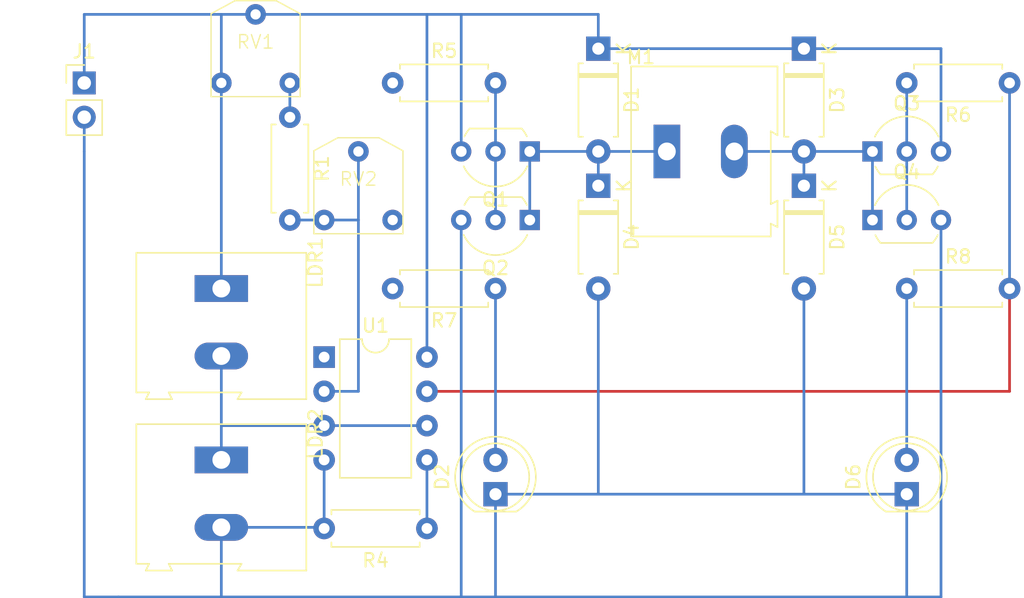
<source format=kicad_pcb>
(kicad_pcb (version 20240108) (generator "pcbnew") (generator_version "8.0")
  (layers (0 "F.Cu" signal) (31 "B.Cu" signal) (34 "B.Paste" user) (35 "F.Paste" user) (36 "B.SilkS" user "B.Silkscreen") (37 "F.SilkS" user "F.Silkscreen") (38 "B.Mask" user) (39 "F.Mask" user) (44 "Edge.Cuts" user))
  (net 0 "")
  (net 1 "Net-(D1-A)")
  (net 2 "GND")
  (net 3 "Net-(D2-A)")
  (net 4 "Net-(D3-A)")
  (net 5 "Net-(D6-A)")
  (net 6 "Net-(Q1-B)")
  (net 7 "Net-(Q3-B)")
  (net 8 "Net-(R1-Pad1)")
  (net 9 "/Vo")
  (net 10 "+6V")
  (net 11 "/V1")
  (net 12 "/V2")
  (net 13 "/V3")
  (net 14 "/V4")
  (footprint "TerminalBlock:TerminalBlock_Altech_AK300-2_P5.00mm" (layer "F.Cu") (at 121.92 114.3 -90)
    (property "Reference" "LDR1" (at -1.92 -6.99 90) (layer "F.SilkS"))
    (property "Value" "LDR07")
    (fp_line (start -2.65 6.3) (end 7.7 6.3) (stroke (width 0.12)) (layer "F.SilkS"))
    (fp_line (start 7.7 6.3) (end 7.7 5.35) (stroke (width 0.12)) (layer "F.SilkS"))
    (fp_line (start 8.2 5.6) (end 8.2 3.7) (stroke (width 0.12)) (layer "F.SilkS"))
    (fp_line (start 7.7 5.35) (end 8.2 5.6) (stroke (width 0.12)) (layer "F.SilkS"))
    (fp_line (start 7.7 3.9) (end 7.7 -1.5) (stroke (width 0.12)) (layer "F.SilkS"))
    (fp_line (start 8.2 3.7) (end 8.2 3.65) (stroke (width 0.12)) (layer "F.SilkS"))
    (fp_line (start 8.2 3.65) (end 7.7 3.9) (stroke (width 0.12)) (layer "F.SilkS"))
    (fp_line (start 8.2 -1.2) (end 8.2 -6.3) (stroke (width 0.12)) (layer "F.SilkS"))
    (fp_line (start 7.7 -1.5) (end 8.2 -1.2) (stroke (width 0.12)) (layer "F.SilkS"))
    (fp_line (start -2.65 -6.3) (end -2.65 6.3) (stroke (width 0.12)) (layer "F.SilkS"))
    (fp_line (start 8.2 -6.3) (end -2.65 -6.3) (stroke (width 0.12)) (layer "F.SilkS"))
    (pad "1" thru_hole rect (at 0 0 270) (size 1.98 3.96) (drill 1.32) (layers "*.Cu" "*.Mask") (net 10 "+6V"))
    (pad "2" thru_hole oval (at 5 0 270) (size 1.98 3.96) (drill 1.32) (layers "*.Cu" "*.Mask") (net 9 "/Vo"))
  )
  (footprint "Resistor_THT:R_Axial_DIN0207_L6.3mm_D2.5mm_P7.62mm_Horizontal" (layer "F.Cu") (at 127 101.6 -90)
    (property "Reference" "R1" (at 3.81 -2.37 90) (layer "F.SilkS"))
    (property "Value" "12K")
    (fp_line (start 0.54 1.37) (end 7.08 1.37) (stroke (width 0.12)) (layer "F.SilkS"))
    (fp_line (start 7.08 1.37) (end 7.08 1.04) (stroke (width 0.12)) (layer "F.SilkS"))
    (fp_line (start 0.54 1.04) (end 0.54 1.37) (stroke (width 0.12)) (layer "F.SilkS"))
    (fp_line (start 0.54 -1.04) (end 0.54 -1.37) (stroke (width 0.12)) (layer "F.SilkS"))
    (fp_line (start 0.54 -1.37) (end 7.08 -1.37) (stroke (width 0.12)) (layer "F.SilkS"))
    (fp_line (start 7.08 -1.37) (end 7.08 -1.04) (stroke (width 0.12)) (layer "F.SilkS"))
    (pad "1" thru_hole circle (at 0 0 270) (size 1.6 1.6) (drill 0.8) (layers "*.Cu" "*.Mask") (net 8 "Net-(R1-Pad1)"))
    (pad "2" thru_hole oval (at 7.62 0 270) (size 1.6 1.6) (drill 0.8) (layers "*.Cu" "*.Mask") (net 11 "/V1"))
  )
  (footprint "Resistor_THT:R_Axial_DIN0207_L6.3mm_D2.5mm_P7.62mm_Horizontal" (layer "F.Cu") (at 172.72 114.3)
    (property "Reference" "R8" (at 3.81 -2.37 0) (layer "F.SilkS"))
    (property "Value" "10K")
    (fp_line (start 0.54 -1.37) (end 7.08 -1.37) (stroke (width 0.12)) (layer "F.SilkS"))
    (fp_line (start 0.54 -1.04) (end 0.54 -1.37) (stroke (width 0.12)) (layer "F.SilkS"))
    (fp_line (start 0.54 1.04) (end 0.54 1.37) (stroke (width 0.12)) (layer "F.SilkS"))
    (fp_line (start 0.54 1.37) (end 7.08 1.37) (stroke (width 0.12)) (layer "F.SilkS"))
    (fp_line (start 7.08 -1.37) (end 7.08 -1.04) (stroke (width 0.12)) (layer "F.SilkS"))
    (fp_line (start 7.08 1.37) (end 7.08 1.04) (stroke (width 0.12)) (layer "F.SilkS"))
    (pad "1" thru_hole circle (at 0 0) (size 1.6 1.6) (drill 0.8) (layers "*.Cu" "*.Mask") (net 5 "Net-(D6-A)"))
    (pad "2" thru_hole oval (at 7.62 0) (size 1.6 1.6) (drill 0.8) (layers "*.Cu" "*.Mask") (net 14 "/V4"))
  )
  (footprint "Package_TO_SOT_THT:TO-92L_Inline_Wide" (layer "F.Cu") (at 144.78 104.14 180)
    (property "Reference" "Q1" (at 2.54 -3.56 180) (layer "F.SilkS"))
    (property "Value" "2n2222a")
    (fp_line (start 0.6 1.7) (end 4.45 1.7) (stroke (width 0.12)) (layer "F.SilkS"))
    (fp_arc (start 4.842383 1.112264) (mid 4.666594 1.419753) (end 4.45 1.7) (stroke (width 0.12)) (layer "F.SilkS"))
    (fp_arc (start 2.54 -2.6) (mid 3.936979 -2.192818) (end 4.8964 -1.098807) (stroke (width 0.12)) (layer "F.SilkS"))
    (fp_arc (start 0.6 1.7) (mid 0.389183 1.423933) (end 0.217369 1.122045) (stroke (width 0.12)) (layer "F.SilkS"))
    (fp_arc (start 0.1836 -1.098807) (mid 1.143021 -2.192817) (end 2.54 -2.6) (stroke (width 0.12)) (layer "F.SilkS"))
    (pad "1" thru_hole rect (at 0 0 180) (size 1.5 1.5) (drill 0.8) (layers "*.Cu" "*.Mask") (net 1 "Net-(D1-A)"))
    (pad "2" thru_hole circle (at 2.54 0 180) (size 1.5 1.5) (drill 0.8) (layers "*.Cu" "*.Mask") (net 6 "Net-(Q1-B)"))
    (pad "3" thru_hole circle (at 5.08 0 180) (size 1.5 1.5) (drill 0.8) (layers "*.Cu" "*.Mask") (net 10 "+6V"))
  )
  (footprint "TerminalBlock:TerminalBlock_Altech_AK300-2_P5.00mm" (layer "F.Cu") (at 154.94 104.14)
    (property "Reference" "M1" (at -1.92 -6.99 0) (layer "F.SilkS"))
    (property "Value" "Motor_DC")
    (fp_line (start -2.65 -6.3) (end -2.65 6.3) (stroke (width 0.12)) (layer "F.SilkS"))
    (fp_line (start -2.65 6.3) (end 7.7 6.3) (stroke (width 0.12)) (layer "F.SilkS"))
    (fp_line (start 7.7 -1.5) (end 8.2 -1.2) (stroke (width 0.12)) (layer "F.SilkS"))
    (fp_line (start 7.7 3.9) (end 7.7 -1.5) (stroke (width 0.12)) (layer "F.SilkS"))
    (fp_line (start 7.7 5.35) (end 8.2 5.6) (stroke (width 0.12)) (layer "F.SilkS"))
    (fp_line (start 7.7 6.3) (end 7.7 5.35) (stroke (width 0.12)) (layer "F.SilkS"))
    (fp_line (start 8.2 -6.3) (end -2.65 -6.3) (stroke (width 0.12)) (layer "F.SilkS"))
    (fp_line (start 8.2 -1.2) (end 8.2 -6.3) (stroke (width 0.12)) (layer "F.SilkS"))
    (fp_line (start 8.2 3.65) (end 7.7 3.9) (stroke (width 0.12)) (layer "F.SilkS"))
    (fp_line (start 8.2 3.7) (end 8.2 3.65) (stroke (width 0.12)) (layer "F.SilkS"))
    (fp_line (start 8.2 5.6) (end 8.2 3.7) (stroke (width 0.12)) (layer "F.SilkS"))
    (pad "1" thru_hole rect (at 0 0) (size 1.98 3.96) (drill 1.32) (layers "*.Cu" "*.Mask") (net 1 "Net-(D1-A)"))
    (pad "2" thru_hole oval (at 5 0) (size 1.98 3.96) (drill 1.32) (layers "*.Cu" "*.Mask") (net 4 "Net-(D3-A)"))
  )
  (footprint "Diode_THT:D_A-405_P7.62mm_Horizontal" (layer "F.Cu") (at 165.1 96.52 -90)
    (property "Reference" "D3" (at 3.81 -2.47 90) (layer "F.SilkS"))
    (property "Value" "1n4007")
    (fp_line (start 1.09 1.47) (end 6.53 1.47) (stroke (width 0.12)) (layer "F.SilkS"))
    (fp_line (start 6.53 1.47) (end 6.53 1.14) (stroke (width 0.12)) (layer "F.SilkS"))
    (fp_line (start 1.09 1.14) (end 1.09 1.47) (stroke (width 0.12)) (layer "F.SilkS"))
    (fp_line (start 1.09 -1.14) (end 1.09 -1.47) (stroke (width 0.12)) (layer "F.SilkS"))
    (fp_line (start 1.09 -1.47) (end 6.53 -1.47) (stroke (width 0.12)) (layer "F.SilkS"))
    (fp_line (start 1.87 -1.47) (end 1.87 1.47) (stroke (width 0.12)) (layer "F.SilkS"))
    (fp_line (start 1.99 -1.47) (end 1.99 1.47) (stroke (width 0.12)) (layer "F.SilkS"))
    (fp_line (start 2.11 -1.47) (end 2.11 1.47) (stroke (width 0.12)) (layer "F.SilkS"))
    (fp_line (start 6.53 -1.47) (end 6.53 -1.14) (stroke (width 0.12)) (layer "F.SilkS"))
    (fp_text user "K" (at 0 -1.9 90) (layer "F.SilkS"))
    (pad "1" thru_hole rect (at 0 0 270) (size 1.8 1.8) (drill 0.9) (layers "*.Cu" "*.Mask") (net 10 "+6V"))
    (pad "2" thru_hole oval (at 7.62 0 270) (size 1.8 1.8) (drill 0.9) (layers "*.Cu" "*.Mask") (net 4 "Net-(D3-A)"))
  )
  (footprint "TerminalBlock:TerminalBlock_Altech_AK300-2_P5.00mm" (layer "F.Cu") (at 121.92 127 -90)
    (property "Reference" "LDR2" (at -1.92 -6.99 90) (layer "F.SilkS"))
    (property "Value" "LDR07")
    (fp_line (start -2.65 6.3) (end 7.7 6.3) (stroke (width 0.12)) (layer "F.SilkS"))
    (fp_line (start 7.7 6.3) (end 7.7 5.35) (stroke (width 0.12)) (layer "F.SilkS"))
    (fp_line (start 8.2 5.6) (end 8.2 3.7) (stroke (width 0.12)) (layer "F.SilkS"))
    (fp_line (start 7.7 5.35) (end 8.2 5.6) (stroke (width 0.12)) (layer "F.SilkS"))
    (fp_line (start 7.7 3.9) (end 7.7 -1.5) (stroke (width 0.12)) (layer "F.SilkS"))
    (fp_line (start 8.2 3.7) (end 8.2 3.65) (stroke (width 0.12)) (layer "F.SilkS"))
    (fp_line (start 8.2 3.65) (end 7.7 3.9) (stroke (width 0.12)) (layer "F.SilkS"))
    (fp_line (start 8.2 -1.2) (end 8.2 -6.3) (stroke (width 0.12)) (layer "F.SilkS"))
    (fp_line (start 7.7 -1.5) (end 8.2 -1.2) (stroke (width 0.12)) (layer "F.SilkS"))
    (fp_line (start -2.65 -6.3) (end -2.65 6.3) (stroke (width 0.12)) (layer "F.SilkS"))
    (fp_line (start 8.2 -6.3) (end -2.65 -6.3) (stroke (width 0.12)) (layer "F.SilkS"))
    (pad "1" thru_hole rect (at 0 0 270) (size 1.98 3.96) (drill 1.32) (layers "*.Cu" "*.Mask") (net 9 "/Vo"))
    (pad "2" thru_hole oval (at 5 0 270) (size 1.98 3.96) (drill 1.32) (layers "*.Cu" "*.Mask") (net 2 "GND"))
  )
  (footprint "Diode_THT:D_A-405_P7.62mm_Horizontal" (layer "F.Cu") (at 165.1 106.68 -90)
    (property "Reference" "D5" (at 3.81 -2.47 90) (layer "F.SilkS"))
    (property "Value" "1n4007")
    (fp_line (start 1.09 1.47) (end 6.53 1.47) (stroke (width 0.12)) (layer "F.SilkS"))
    (fp_line (start 6.53 1.47) (end 6.53 1.14) (stroke (width 0.12)) (layer "F.SilkS"))
    (fp_line (start 1.09 1.14) (end 1.09 1.47) (stroke (width 0.12)) (layer "F.SilkS"))
    (fp_line (start 1.09 -1.14) (end 1.09 -1.47) (stroke (width 0.12)) (layer "F.SilkS"))
    (fp_line (start 1.09 -1.47) (end 6.53 -1.47) (stroke (width 0.12)) (layer "F.SilkS"))
    (fp_line (start 1.87 -1.47) (end 1.87 1.47) (stroke (width 0.12)) (layer "F.SilkS"))
    (fp_line (start 1.99 -1.47) (end 1.99 1.47) (stroke (width 0.12)) (layer "F.SilkS"))
    (fp_line (start 2.11 -1.47) (end 2.11 1.47) (stroke (width 0.12)) (layer "F.SilkS"))
    (fp_line (start 6.53 -1.47) (end 6.53 -1.14) (stroke (width 0.12)) (layer "F.SilkS"))
    (fp_text user "K" (at 0 -1.9 90) (layer "F.SilkS"))
    (pad "1" thru_hole rect (at 0 0 270) (size 1.8 1.8) (drill 0.9) (layers "*.Cu" "*.Mask") (net 4 "Net-(D3-A)"))
    (pad "2" thru_hole oval (at 7.62 0 270) (size 1.8 1.8) (drill 0.9) (layers "*.Cu" "*.Mask") (net 2 "GND"))
  )
  (footprint "Diode_THT:D_A-405_P7.62mm_Horizontal" (layer "F.Cu") (at 149.86 96.52 -90)
    (property "Reference" "D1" (at 3.81 -2.47 90) (layer "F.SilkS"))
    (property "Value" "1n4007")
    (fp_line (start 1.09 1.47) (end 6.53 1.47) (stroke (width 0.12)) (layer "F.SilkS"))
    (fp_line (start 6.53 1.47) (end 6.53 1.14) (stroke (width 0.12)) (layer "F.SilkS"))
    (fp_line (start 1.09 1.14) (end 1.09 1.47) (stroke (width 0.12)) (layer "F.SilkS"))
    (fp_line (start 1.09 -1.14) (end 1.09 -1.47) (stroke (width 0.12)) (layer "F.SilkS"))
    (fp_line (start 1.09 -1.47) (end 6.53 -1.47) (stroke (width 0.12)) (layer "F.SilkS"))
    (fp_line (start 1.87 -1.47) (end 1.87 1.47) (stroke (width 0.12)) (layer "F.SilkS"))
    (fp_line (start 1.99 -1.47) (end 1.99 1.47) (stroke (width 0.12)) (layer "F.SilkS"))
    (fp_line (start 2.11 -1.47) (end 2.11 1.47) (stroke (width 0.12)) (layer "F.SilkS"))
    (fp_line (start 6.53 -1.47) (end 6.53 -1.14) (stroke (width 0.12)) (layer "F.SilkS"))
    (fp_text user "K" (at 0 -1.9 90) (layer "F.SilkS"))
    (pad "1" thru_hole rect (at 0 0 270) (size 1.8 1.8) (drill 0.9) (layers "*.Cu" "*.Mask") (net 10 "+6V"))
    (pad "2" thru_hole oval (at 7.62 0 270) (size 1.8 1.8) (drill 0.9) (layers "*.Cu" "*.Mask") (net 1 "Net-(D1-A)"))
  )
  (footprint "Resistor_THT:R_Axial_DIN0207_L6.3mm_D2.5mm_P7.62mm_Horizontal" (layer "F.Cu") (at 180.34 99.06 180)
    (property "Reference" "R6" (at 3.81 -2.37 180) (layer "F.SilkS"))
    (property "Value" "1K")
    (fp_line (start 7.08 1.37) (end 7.08 1.04) (stroke (width 0.12)) (layer "F.SilkS"))
    (fp_line (start 7.08 -1.37) (end 7.08 -1.04) (stroke (width 0.12)) (layer "F.SilkS"))
    (fp_line (start 0.54 1.37) (end 7.08 1.37) (stroke (width 0.12)) (layer "F.SilkS"))
    (fp_line (start 0.54 1.04) (end 0.54 1.37) (stroke (width 0.12)) (layer "F.SilkS"))
    (fp_line (start 0.54 -1.04) (end 0.54 -1.37) (stroke (width 0.12)) (layer "F.SilkS"))
    (fp_line (start 0.54 -1.37) (end 7.08 -1.37) (stroke (width 0.12)) (layer "F.SilkS"))
    (pad "1" thru_hole circle (at 0 0 180) (size 1.6 1.6) (drill 0.8) (layers "*.Cu" "*.Mask") (net 14 "/V4"))
    (pad "2" thru_hole oval (at 7.62 0 180) (size 1.6 1.6) (drill 0.8) (layers "*.Cu" "*.Mask") (net 7 "Net-(Q3-B)"))
  )
  (footprint "Resistor_THT:R_Axial_DIN0207_L6.3mm_D2.5mm_P7.62mm_Horizontal" (layer "F.Cu") (at 134.62 99.06)
    (property "Reference" "R5" (at 3.81 -2.37 0) (layer "F.SilkS"))
    (property "Value" "1K")
    (fp_line (start 0.54 -1.37) (end 7.08 -1.37) (stroke (width 0.12)) (layer "F.SilkS"))
    (fp_line (start 0.54 -1.04) (end 0.54 -1.37) (stroke (width 0.12)) (layer "F.SilkS"))
    (fp_line (start 0.54 1.04) (end 0.54 1.37) (stroke (width 0.12)) (layer "F.SilkS"))
    (fp_line (start 0.54 1.37) (end 7.08 1.37) (stroke (width 0.12)) (layer "F.SilkS"))
    (fp_line (start 7.08 -1.37) (end 7.08 -1.04) (stroke (width 0.12)) (layer "F.SilkS"))
    (fp_line (start 7.08 1.37) (end 7.08 1.04) (stroke (width 0.12)) (layer "F.SilkS"))
    (pad "1" thru_hole circle (at 0 0) (size 1.6 1.6) (drill 0.8) (layers "*.Cu" "*.Mask") (net 13 "/V3"))
    (pad "2" thru_hole oval (at 7.62 0) (size 1.6 1.6) (drill 0.8) (layers "*.Cu" "*.Mask") (net 6 "Net-(Q1-B)"))
  )
  (footprint "Resistor_THT:R_Axial_DIN0207_L6.3mm_D2.5mm_P7.62mm_Horizontal" (layer "F.Cu") (at 142.24 114.3 180)
    (property "Reference" "R7" (at 3.81 -2.37 180) (layer "F.SilkS"))
    (property "Value" "10K")
    (fp_line (start 7.08 1.37) (end 7.08 1.04) (stroke (width 0.12)) (layer "F.SilkS"))
    (fp_line (start 7.08 -1.37) (end 7.08 -1.04) (stroke (width 0.12)) (layer "F.SilkS"))
    (fp_line (start 0.54 1.37) (end 7.08 1.37) (stroke (width 0.12)) (layer "F.SilkS"))
    (fp_line (start 0.54 1.04) (end 0.54 1.37) (stroke (width 0.12)) (layer "F.SilkS"))
    (fp_line (start 0.54 -1.04) (end 0.54 -1.37) (stroke (width 0.12)) (layer "F.SilkS"))
    (fp_line (start 0.54 -1.37) (end 7.08 -1.37) (stroke (width 0.12)) (layer "F.SilkS"))
    (pad "1" thru_hole circle (at 0 0 180) (size 1.6 1.6) (drill 0.8) (layers "*.Cu" "*.Mask") (net 3 "Net-(D2-A)"))
    (pad "2" thru_hole oval (at 7.62 0 180) (size 1.6 1.6) (drill 0.8) (layers "*.Cu" "*.Mask") (net 13 "/V3"))
  )
  (footprint "Package_TO_SOT_THT:TO-92L_Inline_Wide" (layer "F.Cu") (at 170.18 104.14)
    (property "Reference" "Q3" (at 2.54 -3.56 0) (layer "F.SilkS"))
    (property "Value" "2n2222a")
    (fp_line (start 0.6 1.7) (end 4.45 1.7) (stroke (width 0.12)) (layer "F.SilkS"))
    (fp_arc (start 0.1836 -1.098807) (mid 1.143021 -2.192817) (end 2.54 -2.6) (stroke (width 0.12)) (layer "F.SilkS"))
    (fp_arc (start 0.6 1.7) (mid 0.389183 1.423933) (end 0.217369 1.122045) (stroke (width 0.12)) (layer "F.SilkS"))
    (fp_arc (start 2.54 -2.6) (mid 3.936979 -2.192818) (end 4.8964 -1.098807) (stroke (width 0.12)) (layer "F.SilkS"))
    (fp_arc (start 4.842383 1.112264) (mid 4.666594 1.419753) (end 4.45 1.7) (stroke (width 0.12)) (layer "F.SilkS"))
    (pad "1" thru_hole rect (at 0 0) (size 1.5 1.5) (drill 0.8) (layers "*.Cu" "*.Mask") (net 4 "Net-(D3-A)"))
    (pad "2" thru_hole circle (at 2.54 0) (size 1.5 1.5) (drill 0.8) (layers "*.Cu" "*.Mask") (net 7 "Net-(Q3-B)"))
    (pad "3" thru_hole circle (at 5.08 0) (size 1.5 1.5) (drill 0.8) (layers "*.Cu" "*.Mask") (net 10 "+6V"))
  )
  (footprint "User_Library:BOJACK_Potentiometer" (layer "F.Cu") (at 132.08 106.68)
    (property "Reference" "RV2" (at 0 -0.5 0) (layer "F.SilkS") (effects (font (thickness 0.1))))
    (property "Value" "20K")
    (fp_line (start -3.302 -2.5908) (end -3.302 3.556) (stroke (width 0.1)) (layer "F.SilkS"))
    (fp_line (start -3.302 3.556) (end 3.302 3.556) (stroke (width 0.1)) (layer "F.SilkS"))
    (fp_line (start -1.524 -3.556) (end -3.302 -2.5908) (stroke (width 0.1)) (layer "F.SilkS"))
    (fp_line (start 1.524 -3.556) (end -1.524 -3.556) (stroke (width 0.1)) (layer "F.SilkS"))
    (fp_line (start 3.302 -2.5908) (end 1.524 -3.556) (stroke (width 0.1)) (layer "F.SilkS"))
    (fp_line (start 3.302 3.556) (end 3.302 -2.5908) (stroke (width 0.1)) (layer "F.SilkS"))
    (pad "1" thru_hole circle (at -2.54 2.54) (size 1.524 1.524) (drill 0.762) (layers "*.Cu" "*.Mask") (net 11 "/V1"))
    (pad "2" thru_hole circle (at 0 -2.54) (size 1.524 1.524) (drill 0.762) (layers "*.Cu" "*.Mask") (net 11 "/V1"))
    (pad "3" thru_hole circle (at 2.54 2.54) (size 1.524 1.524) (drill 0.762) (layers "*.Cu" "*.Mask") (net 12 "/V2"))
  )
  (footprint "Package_TO_SOT_THT:TO-92L_Inline_Wide" (layer "F.Cu") (at 170.18 109.22)
    (property "Reference" "Q4" (at 2.54 -3.56 0) (layer "F.SilkS"))
    (property "Value" "2n2907a")
    (fp_line (start 0.6 1.7) (end 4.45 1.7) (stroke (width 0.12)) (layer "F.SilkS"))
    (fp_arc (start 0.1836 -1.098807) (mid 1.143021 -2.192817) (end 2.54 -2.6) (stroke (width 0.12)) (layer "F.SilkS"))
    (fp_arc (start 0.6 1.7) (mid 0.389183 1.423933) (end 0.217369 1.122045) (stroke (width 0.12)) (layer "F.SilkS"))
    (fp_arc (start 2.54 -2.6) (mid 3.936979 -2.192818) (end 4.8964 -1.098807) (stroke (width 0.12)) (layer "F.SilkS"))
    (fp_arc (start 4.842383 1.112264) (mid 4.666594 1.419753) (end 4.45 1.7) (stroke (width 0.12)) (layer "F.SilkS"))
    (pad "1" thru_hole rect (at 0 0) (size 1.5 1.5) (drill 0.8) (layers "*.Cu" "*.Mask") (net 4 "Net-(D3-A)"))
    (pad "2" thru_hole circle (at 2.54 0) (size 1.5 1.5) (drill 0.8) (layers "*.Cu" "*.Mask") (net 7 "Net-(Q3-B)"))
    (pad "3" thru_hole circle (at 5.08 0) (size 1.5 1.5) (drill 0.8) (layers "*.Cu" "*.Mask") (net 2 "GND"))
  )
  (footprint "Diode_THT:D_A-405_P7.62mm_Horizontal" (layer "F.Cu") (at 149.86 106.68 -90)
    (property "Reference" "D4" (at 3.81 -2.47 90) (layer "F.SilkS"))
    (property "Value" "1n4007")
    (fp_line (start 1.09 1.47) (end 6.53 1.47) (stroke (width 0.12)) (layer "F.SilkS"))
    (fp_line (start 6.53 1.47) (end 6.53 1.14) (stroke (width 0.12)) (layer "F.SilkS"))
    (fp_line (start 1.09 1.14) (end 1.09 1.47) (stroke (width 0.12)) (layer "F.SilkS"))
    (fp_line (start 1.09 -1.14) (end 1.09 -1.47) (stroke (width 0.12)) (layer "F.SilkS"))
    (fp_line (start 1.09 -1.47) (end 6.53 -1.47) (stroke (width 0.12)) (layer "F.SilkS"))
    (fp_line (start 1.87 -1.47) (end 1.87 1.47) (stroke (width 0.12)) (layer "F.SilkS"))
    (fp_line (start 1.99 -1.47) (end 1.99 1.47) (stroke (width 0.12)) (layer "F.SilkS"))
    (fp_line (start 2.11 -1.47) (end 2.11 1.47) (stroke (width 0.12)) (layer "F.SilkS"))
    (fp_line (start 6.53 -1.47) (end 6.53 -1.14) (stroke (width 0.12)) (layer "F.SilkS"))
    (fp_text user "K" (at 0 -1.9 90) (layer "F.SilkS"))
    (pad "1" thru_hole rect (at 0 0 270) (size 1.8 1.8) (drill 0.9) (layers "*.Cu" "*.Mask") (net 1 "Net-(D1-A)"))
    (pad "2" thru_hole oval (at 7.62 0 270) (size 1.8 1.8) (drill 0.9) (layers "*.Cu" "*.Mask") (net 2 "GND"))
  )
  (footprint "LED_THT:LED_D5.0mm" (layer "F.Cu") (at 142.24 129.54 90)
    (property "Reference" "D2" (at 1.27 -3.96 270) (layer "F.SilkS"))
    (property "Value" "LED")
    (fp_line (start -1.29 -1.545) (end -1.29 1.545) (stroke (width 0.12)) (layer "F.SilkS"))
    (fp_arc (start -1.29 -1.54483) (mid 2.072002 -2.880433) (end 4.26 0.000462) (stroke (width 0.12)) (layer "F.SilkS"))
    (fp_arc (start 4.26 -0.000462) (mid 2.072002 2.880433) (end -1.29 1.54483) (stroke (width 0.12)) (layer "F.SilkS"))
    (fp_circle (center 1.27 0) (end 3.77 0) (stroke (width 0.12)) (fill none) (layer "F.SilkS"))
    (pad "1" thru_hole rect (at 0 0 90) (size 1.8 1.8) (drill 0.9) (layers "*.Cu" "*.Mask") (net 2 "GND"))
    (pad "2" thru_hole circle (at 2.54 0 90) (size 1.8 1.8) (drill 0.9) (layers "*.Cu" "*.Mask") (net 3 "Net-(D2-A)"))
  )
  (footprint "LED_THT:LED_D5.0mm" (layer "F.Cu") (at 172.72 129.54 90)
    (property "Reference" "D6" (at 1.27 -3.96 270) (layer "F.SilkS"))
    (property "Value" "LED")
    (fp_line (start -1.29 -1.545) (end -1.29 1.545) (stroke (width 0.12)) (layer "F.SilkS"))
    (fp_arc (start -1.29 -1.54483) (mid 2.072002 -2.880433) (end 4.26 0.000462) (stroke (width 0.12)) (layer "F.SilkS"))
    (fp_arc (start 4.26 -0.000462) (mid 2.072002 2.880433) (end -1.29 1.54483) (stroke (width 0.12)) (layer "F.SilkS"))
    (fp_circle (center 1.27 0) (end 3.77 0) (stroke (width 0.12)) (fill none) (layer "F.SilkS"))
    (pad "1" thru_hole rect (at 0 0 90) (size 1.8 1.8) (drill 0.9) (layers "*.Cu" "*.Mask") (net 2 "GND"))
    (pad "2" thru_hole circle (at 2.54 0 90) (size 1.8 1.8) (drill 0.9) (layers "*.Cu" "*.Mask") (net 5 "Net-(D6-A)"))
  )
  (footprint "User_Library:BOJACK_Potentiometer" (layer "F.Cu") (at 124.46 96.52)
    (property "Reference" "RV1" (at 0 -0.5 0) (layer "F.SilkS") (effects (font (thickness 0.1))))
    (property "Value" "200K")
    (fp_line (start -3.302 -2.5908) (end -3.302 3.556) (stroke (width 0.1)) (layer "F.SilkS"))
    (fp_line (start -3.302 3.556) (end 3.302 3.556) (stroke (width 0.1)) (layer "F.SilkS"))
    (fp_line (start -1.524 -3.556) (end -3.302 -2.5908) (stroke (width 0.1)) (layer "F.SilkS"))
    (fp_line (start 1.524 -3.556) (end -1.524 -3.556) (stroke (width 0.1)) (layer "F.SilkS"))
    (fp_line (start 3.302 -2.5908) (end 1.524 -3.556) (stroke (width 0.1)) (layer "F.SilkS"))
    (fp_line (start 3.302 3.556) (end 3.302 -2.5908) (stroke (width 0.1)) (layer "F.SilkS"))
    (pad "1" thru_hole circle (at -2.54 2.54) (size 1.524 1.524) (drill 0.762) (layers "*.Cu" "*.Mask") (net 10 "+6V"))
    (pad "2" thru_hole circle (at 0 -2.54) (size 1.524 1.524) (drill 0.762) (layers "*.Cu" "*.Mask") (net 10 "+6V"))
    (pad "3" thru_hole circle (at 2.54 2.54) (size 1.524 1.524) (drill 0.762) (layers "*.Cu" "*.Mask") (net 8 "Net-(R1-Pad1)"))
  )
  (footprint "Package_TO_SOT_THT:TO-92L_Inline_Wide" (layer "F.Cu") (at 144.78 109.22 180)
    (property "Reference" "Q2" (at 2.54 -3.56 180) (layer "F.SilkS"))
    (property "Value" "2n2907a")
    (fp_line (start 0.6 1.7) (end 4.45 1.7) (stroke (width 0.12)) (layer "F.SilkS"))
    (fp_arc (start 4.842383 1.112264) (mid 4.666594 1.419753) (end 4.45 1.7) (stroke (width 0.12)) (layer "F.SilkS"))
    (fp_arc (start 2.54 -2.6) (mid 3.936979 -2.192818) (end 4.8964 -1.098807) (stroke (width 0.12)) (layer "F.SilkS"))
    (fp_arc (start 0.6 1.7) (mid 0.389183 1.423933) (end 0.217369 1.122045) (stroke (width 0.12)) (layer "F.SilkS"))
    (fp_arc (start 0.1836 -1.098807) (mid 1.143021 -2.192817) (end 2.54 -2.6) (stroke (width 0.12)) (layer "F.SilkS"))
    (pad "1" thru_hole rect (at 0 0 180) (size 1.5 1.5) (drill 0.8) (layers "*.Cu" "*.Mask") (net 1 "Net-(D1-A)"))
    (pad "2" thru_hole circle (at 2.54 0 180) (size 1.5 1.5) (drill 0.8) (layers "*.Cu" "*.Mask") (net 6 "Net-(Q1-B)"))
    (pad "3" thru_hole circle (at 5.08 0 180) (size 1.5 1.5) (drill 0.8) (layers "*.Cu" "*.Mask") (net 2 "GND"))
  )
  (footprint "Connector_PinHeader_2.54mm:PinHeader_1x02_P2.54mm_Vertical" (layer "F.Cu") (at 111.76 99.06)
    (property "Reference" "J1" (at 0 -2.33 360) (layer "F.SilkS"))
    (property "Value" "Conn_01x02_Pin")
    (fp_line (start -1.33 -1.33) (end 0 -1.33) (stroke (width 0.12)) (layer "F.SilkS"))
    (fp_line (start -1.33 0) (end -1.33 -1.33) (stroke (width 0.12)) (layer "F.SilkS"))
    (fp_line (start -1.33 1.27) (end -1.33 3.87) (stroke (width 0.12)) (layer "F.SilkS"))
    (fp_line (start -1.33 1.27) (end 1.33 1.27) (stroke (width 0.12)) (layer "F.SilkS"))
    (fp_line (start -1.33 3.87) (end 1.33 3.87) (stroke (width 0.12)) (layer "F.SilkS"))
    (fp_line (start 1.33 1.27) (end 1.33 3.87) (stroke (width 0.12)) (layer "F.SilkS"))
    (pad "1" thru_hole rect (at 0 0) (size 1.7 1.7) (drill 1) (layers "*.Cu" "*.Mask") (net 10 "+6V"))
    (pad "2" thru_hole oval (at 0 2.54) (size 1.7 1.7) (drill 1) (layers "*.Cu" "*.Mask") (net 2 "GND"))
  )
  (footprint "Resistor_THT:R_Axial_DIN0207_L6.3mm_D2.5mm_P7.62mm_Horizontal" (layer "F.Cu") (at 137.16 132.08 180)
    (property "Reference" "R4" (at 3.81 -2.37 180) (layer "F.SilkS"))
    (property "Value" "56K")
    (fp_line (start 7.08 1.37) (end 7.08 1.04) (stroke (width 0.12)) (layer "F.SilkS"))
    (fp_line (start 7.08 -1.37) (end 7.08 -1.04) (stroke (width 0.12)) (layer "F.SilkS"))
    (fp_line (start 0.54 1.37) (end 7.08 1.37) (stroke (width 0.12)) (layer "F.SilkS"))
    (fp_line (start 0.54 1.04) (end 0.54 1.37) (stroke (width 0.12)) (layer "F.SilkS"))
    (fp_line (start 0.54 -1.04) (end 0.54 -1.37) (stroke (width 0.12)) (layer "F.SilkS"))
    (fp_line (start 0.54 -1.37) (end 7.08 -1.37) (stroke (width 0.12)) (layer "F.SilkS"))
    (pad "1" thru_hole circle (at 0 0 180) (size 1.6 1.6) (drill 0.8) (layers "*.Cu" "*.Mask") (net 12 "/V2"))
    (pad "2" thru_hole oval (at 7.62 0 180) (size 1.6 1.6) (drill 0.8) (layers "*.Cu" "*.Mask") (net 2 "GND"))
  )
  (footprint "Package_DIP:DIP-8_W7.62mm" (layer "F.Cu") (at 129.54 119.38)
    (property "Reference" "U1" (at 3.81 -2.33 360) (layer "F.SilkS"))
    (property "Value" "LM358")
    (fp_line (start 1.16 -1.33) (end 1.16 8.95) (stroke (width 0.12)) (layer "F.SilkS"))
    (fp_line (start 1.16 8.95) (end 6.46 8.95) (stroke (width 0.12)) (layer "F.SilkS"))
    (fp_line (start 2.81 -1.33) (end 1.16 -1.33) (stroke (width 0.12)) (layer "F.SilkS"))
    (fp_line (start 6.46 -1.33) (end 4.81 -1.33) (stroke (width 0.12)) (layer "F.SilkS"))
    (fp_line (start 6.46 8.95) (end 6.46 -1.33) (stroke (width 0.12)) (layer "F.SilkS"))
    (fp_arc (start 4.81 -1.33) (mid 3.81 -0.33) (end 2.81 -1.33) (stroke (width 0.12)) (layer "F.SilkS"))
    (pad "1" thru_hole rect (at 0 0) (size 1.6 1.6) (drill 0.8) (layers "*.Cu" "*.Mask") (net 13 "/V3"))
    (pad "2" thru_hole oval (at 0 2.54) (size 1.6 1.6) (drill 0.8) (layers "*.Cu" "*.Mask") (net 11 "/V1"))
    (pad "3" thru_hole oval (at 0 5.08) (size 1.6 1.6) (drill 0.8) (layers "*.Cu" "*.Mask") (net 9 "/Vo"))
    (pad "4" thru_hole oval (at 0 7.62) (size 1.6 1.6) (drill 0.8) (layers "*.Cu" "*.Mask") (net 2 "GND"))
    (pad "5" thru_hole oval (at 7.62 7.62) (size 1.6 1.6) (drill 0.8) (layers "*.Cu" "*.Mask") (net 12 "/V2"))
    (pad "6" thru_hole oval (at 7.62 5.08) (size 1.6 1.6) (drill 0.8) (layers "*.Cu" "*.Mask") (net 9 "/Vo"))
    (pad "7" thru_hole oval (at 7.62 2.54) (size 1.6 1.6) (drill 0.8) (layers "*.Cu" "*.Mask") (net 14 "/V4"))
    (pad "8" thru_hole oval (at 7.62 0) (size 1.6 1.6) (drill 0.8) (layers "*.Cu" "*.Mask") (net 10 "+6V"))
  )
  (segment (start 149.86 104.14) (end 144.78 104.14) (width 0.2) (layer "B.Cu") (net 1))
  (segment (start 144.78 109.22) (end 144.78 104.14) (width 0.2) (layer "B.Cu") (net 1))
  (segment (start 154.94 104.14) (end 149.86 104.14) (width 0.2) (layer "B.Cu") (net 1))
  (segment (start 149.86 104.14) (end 149.86 106.68) (width 0.2) (layer "B.Cu") (net 1))
  (segment (start 111.76 104.14) (end 111.76 137.16) (width 0.2) (layer "B.Cu") (net 2))
  (segment (start 121.92 132) (end 121.92 137.16) (width 0.2) (layer "B.Cu") (net 2))
  (segment (start 149.86 129.54) (end 165.1 129.54) (width 0.2) (layer "B.Cu") (net 2))
  (segment (start 165.1 129.54) (end 172.72 129.54) (width 0.2) (layer "B.Cu") (net 2))
  (segment (start 121.92 137.16) (end 139.7 137.16) (width 0.2) (layer "B.Cu") (net 2))
  (segment (start 142.24 137.16) (end 172.72 137.16) (width 0.2) (layer "B.Cu") (net 2))
  (segment (start 129.46 132) (end 129.54 132.08) (width 0.2) (layer "B.Cu") (net 2))
  (segment (start 142.24 129.54) (end 149.86 129.54) (width 0.2) (layer "B.Cu") (net 2))
  (segment (start 149.86 114.3) (end 149.86 129.54) (width 0.2) (layer "B.Cu") (net 2))
  (segment (start 111.76 137.16) (end 114.3 137.16) (width 0.2) (layer "B.Cu") (net 2))
  (segment (start 129.54 127) (end 129.54 132.08) (width 0.2) (layer "B.Cu") (net 2))
  (segment (start 111.76 101.6) (end 111.76 104.14) (width 0.2) (layer "B.Cu") (net 2))
  (segment (start 139.7 109.22) (end 139.7 137.16) (width 0.2) (layer "B.Cu") (net 2))
  (segment (start 175.26 137.16) (end 172.72 137.16) (width 0.2) (layer "B.Cu") (net 2))
  (segment (start 139.7 137.16) (end 142.24 137.16) (width 0.2) (layer "B.Cu") (net 2))
  (segment (start 121.92 132) (end 129.46 132) (width 0.2) (layer "B.Cu") (net 2))
  (segment (start 172.72 137.16) (end 172.72 129.54) (width 0.2) (layer "B.Cu") (net 2))
  (segment (start 114.3 137.16) (end 121.92 137.16) (width 0.2) (layer "B.Cu") (net 2))
  (segment (start 165.1 114.3) (end 165.1 129.54) (width 0.2) (layer "B.Cu") (net 2))
  (segment (start 142.24 129.54) (end 142.24 137.16) (width 0.2) (layer "B.Cu") (net 2))
  (segment (start 175.26 109.22) (end 175.26 137.16) (width 0.2) (layer "B.Cu") (net 2))
  (segment (start 142.24 114.3) (end 142.24 127) (width 0.2) (layer "B.Cu") (net 3))
  (segment (start 165.1 104.14) (end 165.1 106.68) (width 0.2) (layer "B.Cu") (net 4))
  (segment (start 170.18 109.22) (end 170.18 104.14) (width 0.2) (layer "B.Cu") (net 4))
  (segment (start 170.18 104.14) (end 165.1 104.14) (width 0.2) (layer "B.Cu") (net 4))
  (segment (start 159.94 104.14) (end 165.1 104.14) (width 0.2) (layer "B.Cu") (net 4))
  (segment (start 172.72 114.3) (end 172.72 127) (width 0.2) (layer "B.Cu") (net 5))
  (segment (start 142.24 99.06) (end 142.24 104.14) (width 0.2) (layer "B.Cu") (net 6))
  (segment (start 142.24 109.22) (end 142.24 104.14) (width 0.2) (layer "B.Cu") (net 6))
  (segment (start 172.72 104.14) (end 172.72 109.22) (width 0.2) (layer "B.Cu") (net 7))
  (segment (start 172.72 99.06) (end 172.72 104.14) (width 0.2) (layer "B.Cu") (net 7))
  (segment (start 127 99.06) (end 127 101.6) (width 0.2) (layer "B.Cu") (net 8))
  (segment (start 121.92 124.46) (end 121.92 119.3) (width 0.2) (layer "B.Cu") (net 9))
  (segment (start 121.92 127) (end 121.92 124.46) (width 0.2) (layer "B.Cu") (net 9))
  (segment (start 129.54 124.46) (end 121.92 124.46) (width 0.2) (layer "B.Cu") (net 9))
  (segment (start 129.54 124.46) (end 137.16 124.46) (width 0.2) (layer "B.Cu") (net 9))
  (segment (start 121.92 114.3) (end 121.92 99.06) (width 0.2) (layer "B.Cu") (net 10))
  (segment (start 139.7 104.14) (end 139.7 93.98) (width 0.2) (layer "B.Cu") (net 10))
  (segment (start 111.76 93.98) (end 121.92 93.98) (width 0.2) (layer "B.Cu") (net 10))
  (segment (start 111.76 99.06) (end 111.76 93.98) (width 0.2) (layer "B.Cu") (net 10))
  (segment (start 121.92 99.06) (end 121.92 93.98) (width 0.2) (layer "B.Cu") (net 10))
  (segment (start 175.26 104.14) (end 175.26 96.52) (width 0.2) (layer "B.Cu") (net 10))
  (segment (start 175.26 96.52) (end 165.1 96.52) (width 0.2) (layer "B.Cu") (net 10))
  (segment (start 121.92 93.98) (end 124.46 93.98) (width 0.2) (layer "B.Cu") (net 10))
  (segment (start 149.86 93.98) (end 139.7 93.98) (width 0.2) (layer "B.Cu") (net 10))
  (segment (start 137.16 93.98) (end 124.46 93.98) (width 0.2) (layer "B.Cu") (net 10))
  (segment (start 149.86 96.52) (end 149.86 93.98) (width 0.2) (layer "B.Cu") (net 10))
  (segment (start 149.86 96.52) (end 165.1 96.52) (width 0.2) (layer "B.Cu") (net 10))
  (segment (start 139.7 93.98) (end 137.16 93.98) (width 0.2) (layer "B.Cu") (net 10))
  (segment (start 137.16 119.38) (end 137.16 93.98) (width 0.2) (layer "B.Cu") (net 10))
  (segment (start 129.54 121.92) (end 132.08 121.92) (width 0.2) (layer "B.Cu") (net 11))
  (segment (start 129.54 109.22) (end 132.08 109.22) (width 0.2) (layer "B.Cu") (net 11))
  (segment (start 132.08 121.92) (end 132.08 109.22) (width 0.2) (layer "B.Cu") (net 11))
  (segment (start 132.08 109.22) (end 132.08 104.14) (width 0.2) (layer "B.Cu") (net 11))
  (segment (start 129.54 109.22) (end 127 109.22) (width 0.2) (layer "B.Cu") (net 11))
  (segment (start 137.16 127) (end 137.16 132.08) (width 0.2) (layer "B.Cu") (net 12))
  (segment (start 180.34 121.92) (end 180.34 114.3) (width 0.2) (layer "F.Cu") (net 14))
  (segment (start 137.16 121.92) (end 180.34 121.92) (width 0.2) (layer "F.Cu") (net 14))
  (segment (start 180.34 99.06) (end 180.34 114.3) (width 0.2) (layer "B.Cu") (net 14))
)
</source>
